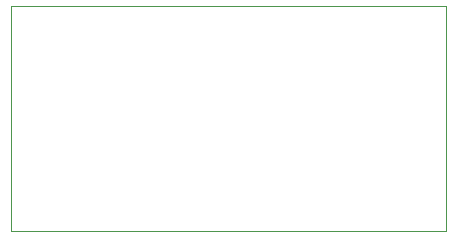
<source format=gbr>
G04 #@! TF.GenerationSoftware,KiCad,Pcbnew,5.1.5*
G04 #@! TF.CreationDate,2020-02-08T20:39:40+01:00*
G04 #@! TF.ProjectId,teensy-breakout,7465656e-7379-42d6-9272-65616b6f7574,rev?*
G04 #@! TF.SameCoordinates,Original*
G04 #@! TF.FileFunction,Profile,NP*
%FSLAX46Y46*%
G04 Gerber Fmt 4.6, Leading zero omitted, Abs format (unit mm)*
G04 Created by KiCad (PCBNEW 5.1.5) date 2020-02-08 20:39:40*
%MOMM*%
%LPD*%
G04 APERTURE LIST*
%ADD10C,0.050000*%
G04 APERTURE END LIST*
D10*
X126365000Y-92710000D02*
X126365000Y-73660000D01*
X163195000Y-92710000D02*
X126365000Y-92710000D01*
X163195000Y-73660000D02*
X163195000Y-92710000D01*
X126365000Y-73660000D02*
X163195000Y-73660000D01*
M02*

</source>
